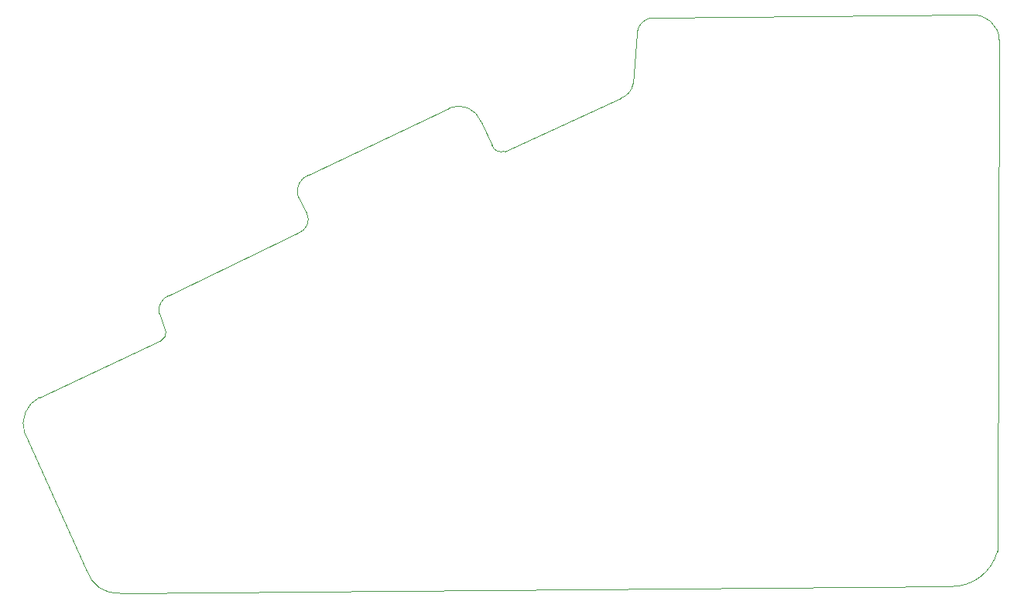
<source format=gbr>
%TF.GenerationSoftware,KiCad,Pcbnew,(6.0.7)*%
%TF.CreationDate,2022-08-09T03:43:16+01:00*%
%TF.ProjectId,digitsbest,64696769-7473-4626-9573-742e6b696361,v1.0.0*%
%TF.SameCoordinates,Original*%
%TF.FileFunction,Profile,NP*%
%FSLAX46Y46*%
G04 Gerber Fmt 4.6, Leading zero omitted, Abs format (unit mm)*
G04 Created by KiCad (PCBNEW (6.0.7)) date 2022-08-09 03:43:16*
%MOMM*%
%LPD*%
G01*
G04 APERTURE LIST*
%TA.AperFunction,Profile*%
%ADD10C,0.050000*%
%TD*%
G04 APERTURE END LIST*
D10*
X131328242Y-101431313D02*
G75*
G03*
X132680897Y-102034564I977958J374713D01*
G01*
X181545869Y-149679201D02*
X90592059Y-150420161D01*
X81787082Y-128988650D02*
G75*
G03*
X80185373Y-132900866I1472338J-2886780D01*
G01*
X81787081Y-128988648D02*
X95103644Y-122765052D01*
X87012655Y-147965261D02*
X80185373Y-132900866D01*
X149117572Y-87424725D02*
G75*
G03*
X147182613Y-89089661I-115972J-1822075D01*
G01*
X95644532Y-121766171D02*
X94895149Y-119810276D01*
X111061819Y-108800334D02*
X110104375Y-106990128D01*
X186601792Y-145828925D02*
X186802087Y-89874868D01*
X149117573Y-87424713D02*
X183638811Y-87128585D01*
X181545869Y-149679202D02*
G75*
G03*
X186601792Y-145828925I30831J5204202D01*
G01*
X95976930Y-117812545D02*
G75*
G03*
X94895149Y-119810276I678470J-1659155D01*
G01*
X132680899Y-102034563D02*
X145373268Y-96248032D01*
X95976918Y-117812515D02*
X110125738Y-111006159D01*
X145373257Y-96247999D02*
G75*
G03*
X146746415Y-94666403I-619557J1924799D01*
G01*
X95103650Y-122765064D02*
G75*
G03*
X95644532Y-121766171I-417150J871764D01*
G01*
X111248510Y-104638593D02*
G75*
G03*
X110104376Y-106990122I657290J-1773907D01*
G01*
X130141818Y-98851215D02*
X131328261Y-101431308D01*
X130141823Y-98851213D02*
G75*
G03*
X126583348Y-97311883I-2494923J-884787D01*
G01*
X186802054Y-89874868D02*
G75*
G03*
X183638811Y-87128585I-2805654J-36732D01*
G01*
X87012678Y-147965254D02*
G75*
G03*
X90592059Y-150420161I3344922J1040154D01*
G01*
X110125728Y-111006131D02*
G75*
G03*
X111061819Y-108800334I-529728J1526331D01*
G01*
X146746415Y-94666403D02*
X147182613Y-89089661D01*
X111248516Y-104638610D02*
X126583344Y-97311884D01*
M02*

</source>
